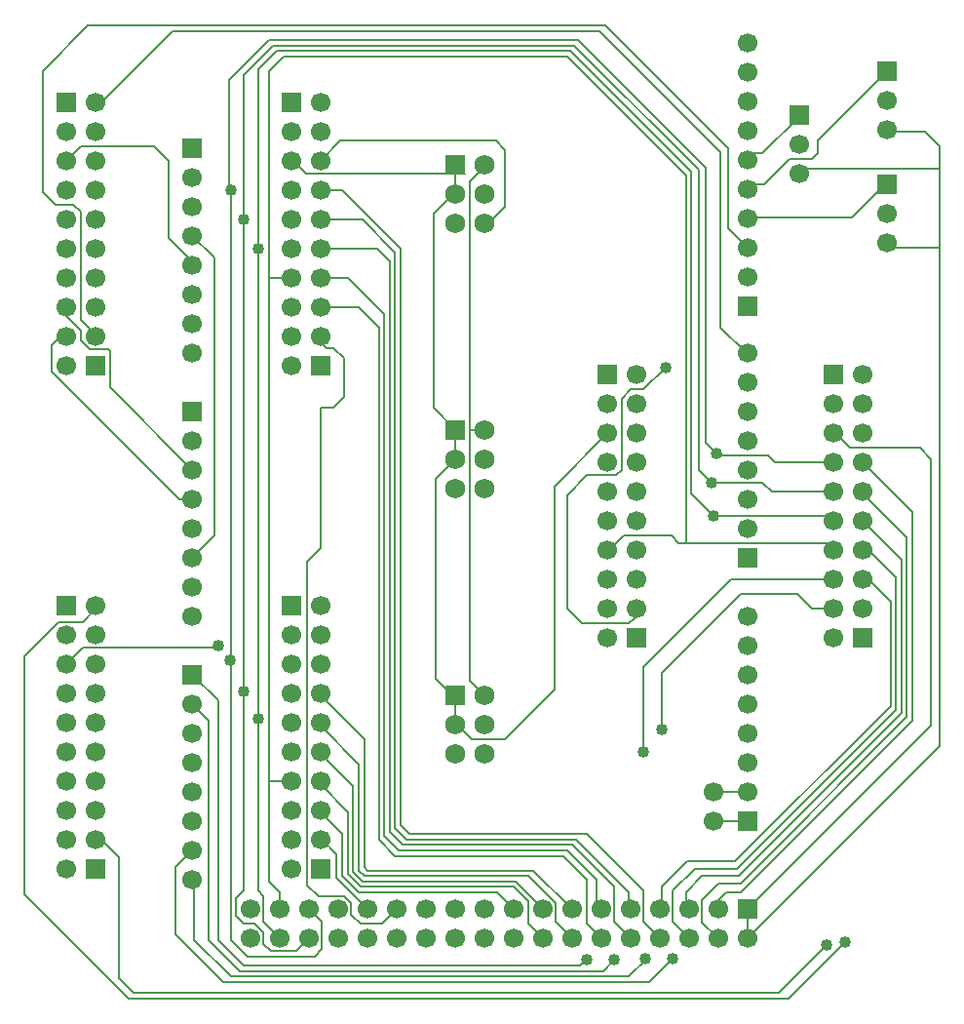
<source format=gtl>
G04 DipTrace 3.0.0.1*
G04 arduino-shield_lay.GTL*
%MOIN*%
G04 #@! TF.FileFunction,Copper,L1,Top*
G04 #@! TF.Part,Single*
G04 #@! TA.AperFunction,Conductor*
%ADD14C,0.008*%
G04 #@! TA.AperFunction,ComponentPad*
%ADD18R,0.066929X0.066929*%
%ADD19C,0.066929*%
%ADD20R,0.068898X0.068898*%
%ADD21C,0.068898*%
G04 #@! TA.AperFunction,ViaPad*
%ADD23C,0.04*%
%FSLAX26Y26*%
G04*
G70*
G90*
G75*
G01*
G04 Top*
%LPD*%
X1156509Y3075550D2*
D14*
Y3075518D1*
X1231717Y3000311D1*
Y2050654D1*
X1156520Y1975457D1*
X1156509Y2975550D2*
X1168969D1*
X1075251Y3069268D1*
Y3331795D1*
X1025245Y3381801D1*
X775198D1*
X725214Y3331816D1*
X2056604Y3319294D2*
X2087857Y3288041D1*
X1544050D1*
X1494045Y3338046D1*
Y3331816D1*
X2056604Y1506604D2*
X2044102D1*
X1987846Y1562860D1*
Y2244192D1*
X2056604Y2312949D1*
Y3219294D2*
X2050364D1*
X1981596Y3150526D1*
Y2487957D1*
X2056604Y2412949D1*
Y1406604D2*
X2062844D1*
X2112860Y1356588D1*
X2225371D1*
X2394139Y1525356D1*
Y2219199D1*
X2575408Y2400469D1*
X3055142Y675260D2*
X3056702D1*
X3713028Y1331585D1*
Y3034143D1*
Y3305961D1*
Y3381801D1*
X3663022Y3431806D1*
X3538030D1*
X3531759Y3438077D1*
X3713028Y3034143D2*
X3548152D1*
X3531759Y3050537D1*
X3713028Y3305961D2*
X3249626D1*
X3231727Y3288062D1*
X1244018Y1675371D2*
Y1669121D1*
X781543D1*
X725224Y1612802D1*
X3350490Y2400469D2*
X3356719D1*
X3406745Y2350442D1*
X3644270D1*
X3681774Y2312938D1*
Y1400343D1*
X3056692Y775260D1*
X3055142D1*
Y675260D1*
X2056604Y1406604D2*
Y1506604D1*
Y2312949D2*
Y2412949D1*
Y3219294D2*
Y3319294D1*
X3231727Y3488062D2*
Y3481811D1*
X3106714Y3356798D1*
X3076719D1*
X3055142Y3335220D1*
X3531759Y3638077D2*
X3294234Y3400552D1*
Y3356798D1*
X3275482Y3338046D1*
X3200474D1*
X3112965Y3250537D1*
X3070458D1*
X3055142Y3235220D1*
X3531759Y3250537D2*
X3525508D1*
X3412996Y3138025D1*
X3052337D1*
X3055142Y3135220D1*
X1594045Y1212886D2*
Y1200332D1*
X1687815Y1106562D1*
Y894039D1*
X1731570Y850285D1*
X2256625D1*
X2306630Y800280D1*
Y723772D1*
X2355142Y675260D1*
X1594045Y2931816D2*
X1687752D1*
X1812828Y2806740D1*
Y1025303D1*
X1862833Y975298D1*
X2437894D1*
X2537904Y875287D1*
Y792497D1*
X2555142Y775260D1*
X3450490Y2000469D2*
X3469189D1*
X3563012Y1906646D1*
Y1456598D1*
X3019205Y912791D1*
X2875440D1*
X2800432Y837783D1*
Y729970D1*
X2855142Y675260D1*
X1594045Y1312886D2*
X1587752D1*
X1706567Y1194071D1*
Y900290D1*
X1737820Y869037D1*
X2261365D1*
X2355142Y775260D1*
X1594045Y3031816D2*
X1787773D1*
X1831580Y2988009D1*
Y1037804D1*
X1875335Y994050D1*
X2456646D1*
X2600411Y850285D1*
Y729991D1*
X2655142Y675260D1*
X3450490Y2100469D2*
X3581764Y1969194D1*
Y1444097D1*
X3025455Y887789D1*
X2900442D1*
X2844186Y831533D1*
Y786215D1*
X2855142Y775260D1*
X1594045Y1512886D2*
Y1506614D1*
X1744071Y1356588D1*
Y919042D1*
X1756572Y906541D1*
X2323861D1*
X2455142Y775260D1*
X1594045Y3231816D2*
X1669031D1*
X1869084Y3031764D1*
Y1062807D1*
X1900337Y1031554D1*
X2506651D1*
X2700421Y837783D1*
Y729980D1*
X2755142Y675260D1*
X3450490Y2300469D2*
X3619268Y2131690D1*
Y1419094D1*
X3031706Y831533D1*
X2981701D1*
X2944197Y794029D1*
Y764315D1*
X2955142Y775260D1*
X1594045Y1412886D2*
Y1400353D1*
X1725319Y1269079D1*
Y906541D1*
X1744071Y887789D1*
X2306630D1*
X2400390Y794029D1*
Y730012D1*
X2455142Y675260D1*
X1594045Y3131816D2*
X1737778D1*
X1850332Y3019262D1*
Y1050306D1*
X1887836Y1012802D1*
X2469147D1*
X2650416Y831533D1*
Y779986D1*
X2655142Y775260D1*
X3450490Y2200469D2*
Y2194186D1*
X3600516Y2044160D1*
Y1431596D1*
X3031706Y862786D1*
X2956698D1*
X2900442Y806530D1*
Y729959D1*
X2955142Y675260D1*
X2156604Y3119294D2*
Y3113033D1*
X2144113Y3125524D1*
X2175366D1*
X2225371Y3175529D1*
Y3369299D1*
X2194118Y3400552D1*
X1662781D1*
X1594045Y3331816D1*
X3350490Y2300469D2*
X3150437D1*
X3125466Y2325440D1*
X2956698D1*
Y2331690D1*
X2950448D1*
X2912944Y2369194D1*
Y3306793D1*
X2475398Y3744339D1*
X1419037D1*
X1281522Y3606824D1*
Y3231816D1*
X1287773D1*
Y1623807D1*
Y669016D1*
X1344029Y612760D1*
X1575303D1*
X1600306Y637762D1*
Y730096D1*
X1555142Y775260D1*
X1287234Y1625366D2*
X1287773Y1623807D1*
X1555142Y675260D2*
X1511394Y631512D1*
X1425287D1*
X1400285Y656514D1*
Y694018D1*
X1369031Y725272D1*
X1331528D1*
X1306525Y750274D1*
Y812781D1*
X1331528Y837783D1*
Y3131774D1*
Y3625576D1*
X1431538Y3725587D1*
X2462896D1*
X2887941Y3300542D1*
Y2275434D1*
X2931696Y2231680D1*
X3106714D1*
X3137925Y2200469D1*
X3350490D1*
X1333601Y1519105D2*
X1331528Y3131774D1*
X3055142Y1175323D2*
X2937950D1*
X2937946Y1175319D1*
X3055142Y1075323D2*
X2937961D1*
X2937946Y1075308D1*
X725214Y2731816D2*
X706546D1*
X675209Y2700479D1*
Y2612970D1*
X1112722Y2175457D1*
X1156520D1*
X2600411Y600259D2*
X2562907Y562755D1*
X1319026D1*
X1212765Y669016D1*
Y1419133D1*
X1156520Y1475378D1*
X3350490Y1800469D2*
X3275398D1*
X3225476Y1850390D1*
X3031706D1*
X2762928Y1581612D1*
Y1387841D1*
X2706672Y606509D2*
X2712923D1*
X2650416Y544003D1*
X1287773D1*
X1162760Y669016D1*
Y869138D1*
X1156520Y875378D1*
X825224Y1812802D2*
Y1800385D1*
X781470Y1756630D1*
X700211D1*
X581449Y1637867D1*
Y825282D1*
X937736Y468995D1*
X3194223D1*
X3387993Y662765D1*
X825214Y3531816D2*
X843976D1*
X1087752Y3775592D1*
X2550406D1*
X2962949Y3363049D1*
Y2762986D1*
X3044207Y2681727D1*
X3048790D1*
X3055142Y2675375D1*
X1594045Y1112886D2*
Y1106572D1*
X1669063Y1031554D1*
Y887789D1*
X1725319Y831533D1*
X2200369D1*
X2256642Y775260D1*
X2255142D1*
X1594045Y2831816D2*
X1725245D1*
X1794076Y2762986D1*
Y1012802D1*
X1850332Y956546D1*
X2425392D1*
X2506651Y875287D1*
Y723751D1*
X2555142Y675260D1*
X3450490Y1900469D2*
X3469178D1*
X3544260Y1825387D1*
Y1469100D1*
X3012954Y937794D1*
X2850437D1*
X2762928Y850285D1*
Y783046D1*
X2755142Y775260D1*
X1469105Y1212886D2*
X1494045D1*
X3350490Y2000469D2*
X3325550Y2025408D1*
X2844186D1*
Y3281790D1*
X2437894Y3688083D1*
X1469042D1*
X1419037Y3638077D1*
Y2931816D1*
Y1212886D1*
Y869037D1*
X1455142Y832932D1*
Y775260D1*
X1494045Y2931816D2*
X1419037D1*
X2575408Y2000469D2*
X2581722D1*
X2631664Y2050411D1*
X2794181D1*
X2819184Y2025408D1*
X2844186D1*
X1494045Y1212886D2*
X1419037D1*
X2156604Y3319294D2*
Y3313033D1*
X2106609Y3263038D1*
Y2413072D1*
Y1556598D1*
X2156604Y1506604D1*
X2106609Y2413072D2*
X2156480D1*
X2156604Y2412949D1*
X825224Y1012802D2*
X843976D1*
X906483Y950295D1*
Y537752D1*
X956488Y487747D1*
X3162970D1*
X3325487Y650264D1*
X1594045Y1012886D2*
Y1019063D1*
X1650311Y962797D1*
Y881791D1*
X1649461Y880941D1*
X1755142Y775260D1*
X825214Y2731816D2*
Y2737993D1*
X775219Y2787988D1*
Y3156777D1*
X750217Y3181780D1*
X687710D1*
X643955Y3225534D1*
Y3638077D1*
X800222Y3794344D1*
X2569157D1*
X2987951Y3375550D1*
Y3102411D1*
X3055142Y3035220D1*
X1594045Y2731816D2*
Y2712991D1*
X1614705Y2692331D1*
X1639707D1*
X1675314Y2656724D1*
Y2525461D1*
X1638829Y2488976D1*
X1594045D1*
Y2006646D1*
X1550301Y1962902D1*
Y856535D1*
X1587804Y819031D1*
X1675314D1*
X1700316Y794029D1*
Y756525D1*
X1731570Y725272D1*
X1805154D1*
X1855142Y775260D1*
X2675408Y1800469D2*
X2669084D1*
Y1769047D1*
X2650416Y1750379D1*
X2487899D1*
X2437894Y1800385D1*
Y2187925D1*
X2506651Y2256682D1*
X2606661D1*
X2625413Y2275434D1*
Y2519210D1*
X2656667Y2550463D1*
X2700421D1*
X2775429Y2625471D1*
X725214Y2831816D2*
Y2800490D1*
X775219Y2750484D1*
Y2719231D1*
X806472Y2687978D1*
X868979D1*
X875230Y2681727D1*
Y2556747D1*
X1156520Y2275457D1*
X2506651Y600259D2*
X2500400D1*
X2481648Y581507D1*
X1331528D1*
X1244018Y669016D1*
Y1487879D1*
X1156520Y1575378D1*
X3350490Y1900469D2*
X3000526D1*
X2700421Y1600364D1*
Y1312833D1*
X2800432Y606509D2*
X2719173Y525251D1*
X1262770D1*
X1100253Y687768D1*
Y919112D1*
X1156520Y975378D1*
X3350490Y2100469D2*
X3331790Y2119168D1*
X2937946D1*
X2862938Y2194176D1*
Y3294291D1*
X2450395Y3706835D1*
X1444039D1*
X1381533Y3644328D1*
Y3031764D1*
Y1423715D1*
Y837783D1*
X1400285Y819031D1*
Y730117D1*
X1455142Y675260D1*
X1383215Y1423715D2*
X1381533D1*
D23*
X1244018Y1675371D3*
X1287773Y3231816D3*
X2950448Y2331690D3*
X1287234Y1625366D3*
X2931696Y2231680D3*
X1331528Y3131774D3*
D3*
X1333601Y1519105D3*
X2600411Y600259D3*
X2762928Y1387841D3*
X2706672Y606509D3*
X3387993Y662765D3*
X3325487Y650264D3*
X2775429Y2625471D3*
X2506651Y600259D3*
X2700421Y1312833D3*
X2800432Y606509D3*
X1381533Y3031764D3*
D3*
X2937946Y2119168D3*
X1383215Y1423715D3*
D18*
X1156520Y2475457D3*
D19*
Y2375457D3*
Y2275457D3*
Y2175457D3*
Y2075457D3*
Y1975457D3*
Y1875457D3*
Y1775457D3*
D18*
Y1575378D3*
D19*
Y1475378D3*
Y1375378D3*
Y1275378D3*
Y1175378D3*
Y1075378D3*
Y975378D3*
Y875378D3*
D18*
X3231727Y3488062D3*
D19*
Y3388062D3*
Y3288062D3*
D18*
X3531759Y3638077D3*
D19*
Y3538077D3*
Y3438077D3*
D18*
Y3250537D3*
D19*
Y3150537D3*
Y3050537D3*
D18*
X3055142Y1075323D3*
D19*
Y1175323D3*
Y1275323D3*
Y1375323D3*
Y1475323D3*
Y1575323D3*
Y1675323D3*
Y1775323D3*
D18*
Y775260D3*
D19*
Y675260D3*
X2955142Y775260D3*
Y675260D3*
X2855142Y775260D3*
Y675260D3*
X2755142Y775260D3*
Y675260D3*
X2655142Y775260D3*
Y675260D3*
X2555142Y775260D3*
Y675260D3*
X2455142Y775260D3*
Y675260D3*
X2355142Y775260D3*
Y675260D3*
X2255142Y775260D3*
Y675260D3*
X2155142Y775260D3*
Y675260D3*
X2055142Y775260D3*
Y675260D3*
X1955142Y775260D3*
Y675260D3*
X1855142Y775260D3*
Y675260D3*
X1755142Y775260D3*
Y675260D3*
X1655142Y775260D3*
Y675260D3*
X1555142Y775260D3*
Y675260D3*
X1455142Y775260D3*
Y675260D3*
X1355142Y775260D3*
Y675260D3*
D18*
X725224Y1812802D3*
D19*
X825224D3*
X725224Y1712802D3*
X825224D3*
X725224Y1612802D3*
X825224D3*
X725224Y1512802D3*
X825224D3*
X725224Y1412802D3*
X825224D3*
X725224Y1312802D3*
X825224D3*
X725224Y1212802D3*
X825224D3*
X725224Y1112802D3*
X825224D3*
X725224Y1012802D3*
X825224D3*
D18*
X1494045Y1812886D3*
D19*
X1594045D3*
X1494045Y1712886D3*
X1594045D3*
X1494045Y1612886D3*
X1594045D3*
X1494045Y1512886D3*
X1594045D3*
X1494045Y1412886D3*
X1594045D3*
X1494045Y1312886D3*
X1594045D3*
X1494045Y1212886D3*
X1594045D3*
X1494045Y1112886D3*
X1594045D3*
X1494045Y1012886D3*
X1594045D3*
D18*
X725214Y3531816D3*
D19*
X825214D3*
X725214Y3431816D3*
X825214D3*
X725214Y3331816D3*
X825214D3*
X725214Y3231816D3*
X825214D3*
X725214Y3131816D3*
X825214D3*
X725214Y3031816D3*
X825214D3*
X725214Y2931816D3*
X825214D3*
X725214Y2831816D3*
X825214D3*
X725214Y2731816D3*
X825214D3*
D18*
X1494045Y3531816D3*
D19*
X1594045D3*
X1494045Y3431816D3*
X1594045D3*
X1494045Y3331816D3*
X1594045D3*
X1494045Y3231816D3*
X1594045D3*
X1494045Y3131816D3*
X1594045D3*
X1494045Y3031816D3*
X1594045D3*
X1494045Y2931816D3*
X1594045D3*
X1494045Y2831816D3*
X1594045D3*
X1494045Y2731816D3*
X1594045D3*
D18*
X2575408Y2600469D3*
D19*
X2675408D3*
X2575408Y2500469D3*
X2675408D3*
X2575408Y2400469D3*
X2675408D3*
X2575408Y2300469D3*
X2675408D3*
X2575408Y2200469D3*
X2675408D3*
X2575408Y2100469D3*
X2675408D3*
X2575408Y2000469D3*
X2675408D3*
X2575408Y1900469D3*
X2675408D3*
X2575408Y1800469D3*
X2675408D3*
D18*
X3350490Y2600469D3*
D19*
X3450490D3*
X3350490Y2500469D3*
X3450490D3*
X3350490Y2400469D3*
X3450490D3*
X3350490Y2300469D3*
X3450490D3*
X3350490Y2200469D3*
X3450490D3*
X3350490Y2100469D3*
X3450490D3*
X3350490Y2000469D3*
X3450490D3*
X3350490Y1900469D3*
X3450490D3*
X3350490Y1800469D3*
X3450490D3*
D20*
X2056604Y1506604D3*
D21*
Y1406604D3*
Y1306604D3*
X2156604D3*
Y1406604D3*
Y1506604D3*
D20*
X2056604Y3319294D3*
D21*
Y3219294D3*
Y3119294D3*
X2156604D3*
Y3219294D3*
Y3319294D3*
D20*
X2056604Y2412949D3*
D21*
Y2312949D3*
Y2212949D3*
X2156604D3*
Y2312949D3*
Y2412949D3*
D18*
X825224Y2631722D3*
D19*
X725224D3*
D18*
X1594055Y912791D3*
D19*
X1494055D3*
D18*
X1594055Y2631722D3*
D19*
X1494055D3*
D18*
X825224Y912791D3*
D19*
X725224D3*
D18*
X3450500Y1700374D3*
D19*
X3350500D3*
D18*
X2675419D3*
D19*
X2575419D3*
X2937946Y1175319D3*
Y1075308D3*
D18*
X1156509Y3375550D3*
D19*
Y3275550D3*
Y3175550D3*
Y3075550D3*
Y2975550D3*
Y2875550D3*
Y2775550D3*
Y2675550D3*
D18*
X3055142Y2835220D3*
D19*
Y2935220D3*
Y3035220D3*
Y3135220D3*
Y3235220D3*
Y3335220D3*
Y3435220D3*
Y3535220D3*
Y3635220D3*
Y3735220D3*
D18*
Y1975375D3*
D19*
Y2075375D3*
Y2175375D3*
Y2275375D3*
Y2375375D3*
Y2475375D3*
Y2575375D3*
Y2675375D3*
M02*

</source>
